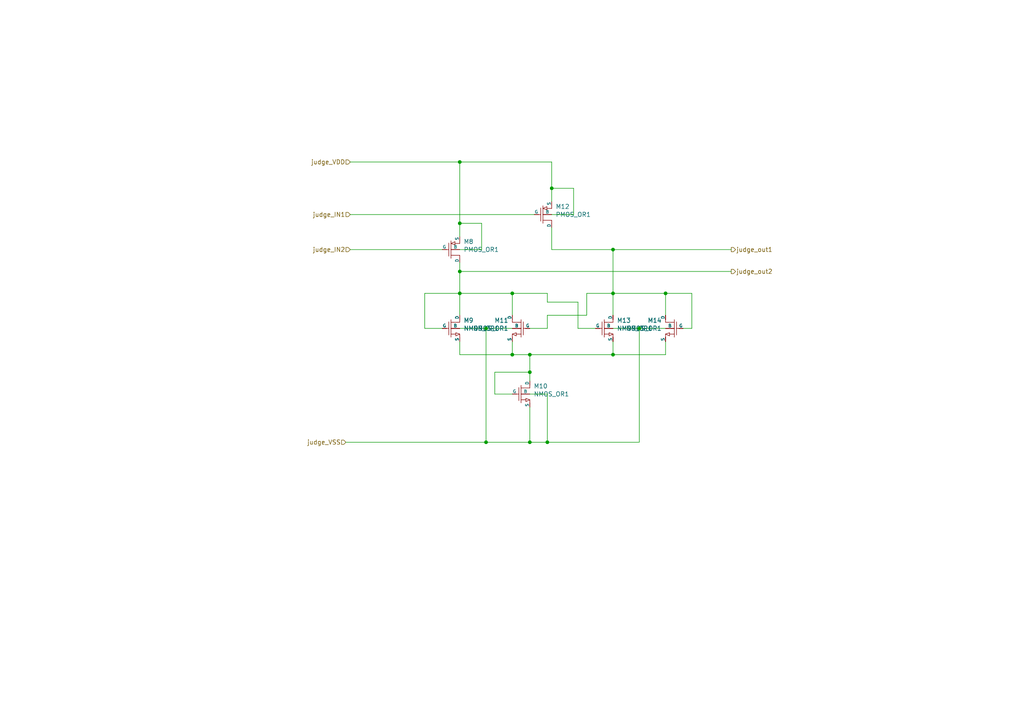
<source format=kicad_sch>
(kicad_sch (version 20230121) (generator eeschema)
  (paper "A4")
  (lib_symbols
    (symbol "0_OR1Symbols:NMOS_OR1" (pin_numbers hide) (pin_names (offset 0))
      (property "Reference" "M" (at 8.89 5.08 0))
      (property "Value" "NMOS_OR1" (at 8.89 2.54 0))
      (symbol "NMOS_OR1_0_1"
        (polyline (pts (xy 0 0) (xy 1.905 0)))
        (polyline (pts (xy 1.905 1.905) (xy 1.905 -1.905)))
        (polyline (pts (xy 2.54 -2.54) (xy 2.54 2.54)))
        (polyline (pts (xy 2.54 -1.651) (xy 3.937 -1.651)))
        (polyline (pts (xy 2.54 0) (xy 5.08 0)))
        (polyline (pts (xy 2.54 1.778) (xy 5.08 1.778)))
        (polyline (pts (xy 3.937 -2.159) (xy 3.937 -1.27)))
        (polyline (pts (xy 3.937 -1.27) (xy 5.08 -1.651)))
        (polyline (pts (xy 5.08 -1.651) (xy 3.937 -2.159)))
        (polyline (pts (xy 5.08 -1.651) (xy 5.08 -3.81)))
        (polyline (pts (xy 5.08 1.778) (xy 5.08 3.81)))
      )
      (symbol "NMOS_OR1_1_1"
        (pin passive line (at 5.08 3.81 270) (length 1.27) (name "D") (number "1"))
        (pin passive line (at 0 0 0) (length 1.27) (name "G") (number "2"))
        (pin passive line (at 5.08 -3.81 90) (length 1.27) (name "S") (number "3"))
        (pin passive line (at 5.08 0 180) (length 2.54) (name "B") (number "4"))
      )
    )
    (symbol "0_OR1Symbols:PMOS_OR1" (pin_numbers hide) (pin_names (offset 0))
      (property "Reference" "M" (at 8.89 5.08 0))
      (property "Value" "PMOS_OR1" (at 8.89 2.54 0))
      (symbol "PMOS_OR1_0_1"
        (polyline (pts (xy 0 0) (xy 1.905 0)))
        (polyline (pts (xy 1.905 1.905) (xy 1.905 -1.905)))
        (polyline (pts (xy 2.54 -2.54) (xy 2.54 2.54)))
        (polyline (pts (xy 2.54 -1.651) (xy 5.08 -1.651)))
        (polyline (pts (xy 2.54 0) (xy 5.08 0)))
        (polyline (pts (xy 2.54 1.778) (xy 3.683 2.286)))
        (polyline (pts (xy 3.683 1.397) (xy 2.54 1.778)))
        (polyline (pts (xy 3.683 1.397) (xy 3.683 2.286)))
        (polyline (pts (xy 3.683 1.778) (xy 5.08 1.778)))
        (polyline (pts (xy 5.08 -1.651) (xy 5.08 -3.81)))
        (polyline (pts (xy 5.08 1.778) (xy 5.08 3.81)))
      )
      (symbol "PMOS_OR1_1_1"
        (pin passive line (at 5.08 -3.81 90) (length 1.27) (name "D") (number "1"))
        (pin passive line (at 0 0 0) (length 1.27) (name "G") (number "2"))
        (pin passive line (at 5.08 3.81 270) (length 1.27) (name "S") (number "3"))
        (pin passive line (at 5.08 0 180) (length 2.54) (name "B") (number "4"))
      )
    )
  )
  (junction (at 133.35 64.77))
  (junction (at 148.59 85.09))
  (junction (at 140.97 128.27))
  (junction (at 153.67 102.87))
  (junction (at 140.97 95.25))
  (junction (at 133.35 85.09))
  (junction (at 148.59 102.87))
  (junction (at 193.04 85.09))
  (junction (at 177.8 85.09))
  (junction (at 185.42 95.25))
  (junction (at 133.35 78.74))
  (junction (at 160.02 54.61))
  (junction (at 153.67 107.95))
  (junction (at 153.67 128.27))
  (junction (at 177.8 102.87))
  (junction (at 133.35 46.99))
  (junction (at 158.75 128.27))
  (junction (at 177.8 72.39))
  (wire (pts (xy 177.8 72.39) (xy 177.8 85.09)))
  (wire (pts (xy 143.51 107.95) (xy 153.67 107.95)))
  (wire (pts (xy 153.67 114.3) (xy 158.75 114.3)))
  (wire (pts (xy 158.75 128.27) (xy 153.67 128.27)))
  (wire (pts (xy 160.02 46.99) (xy 160.02 54.61)))
  (wire (pts (xy 153.67 118.11) (xy 153.67 128.27)))
  (wire (pts (xy 166.37 54.61) (xy 166.37 62.23)))
  (wire (pts (xy 160.02 66.04) (xy 160.02 72.39)))
  (wire (pts (xy 133.35 85.09) (xy 148.59 85.09)))
  (wire (pts (xy 177.8 95.25) (xy 185.42 95.25)))
  (wire (pts (xy 133.35 95.25) (xy 140.97 95.25)))
  (wire (pts (xy 198.12 95.25) (xy 200.66 95.25)))
  (wire (pts (xy 148.59 85.09) (xy 148.59 91.44)))
  (wire (pts (xy 193.04 99.06) (xy 193.04 102.87)))
  (wire (pts (xy 139.7 72.39) (xy 133.35 72.39)))
  (wire (pts (xy 100.33 128.27) (xy 140.97 128.27)))
  (wire (pts (xy 158.75 87.63) (xy 167.64 87.63)))
  (wire (pts (xy 128.27 95.25) (xy 123.19 95.25)))
  (wire (pts (xy 140.97 128.27) (xy 153.67 128.27)))
  (wire (pts (xy 140.97 95.25) (xy 148.59 95.25)))
  (wire (pts (xy 133.35 76.2) (xy 133.35 78.74)))
  (wire (pts (xy 101.6 72.39) (xy 128.27 72.39)))
  (wire (pts (xy 177.8 85.09) (xy 193.04 85.09)))
  (wire (pts (xy 166.37 62.23) (xy 160.02 62.23)))
  (wire (pts (xy 133.35 102.87) (xy 148.59 102.87)))
  (wire (pts (xy 153.67 95.25) (xy 158.75 95.25)))
  (wire (pts (xy 177.8 102.87) (xy 193.04 102.87)))
  (wire (pts (xy 123.19 95.25) (xy 123.19 85.09)))
  (wire (pts (xy 123.19 85.09) (xy 133.35 85.09)))
  (wire (pts (xy 148.59 114.3) (xy 143.51 114.3)))
  (wire (pts (xy 170.18 91.44) (xy 170.18 85.09)))
  (wire (pts (xy 101.6 46.99) (xy 133.35 46.99)))
  (wire (pts (xy 101.6 62.23) (xy 154.94 62.23)))
  (wire (pts (xy 200.66 85.09) (xy 200.66 95.25)))
  (wire (pts (xy 153.67 102.87) (xy 153.67 107.95)))
  (wire (pts (xy 133.35 85.09) (xy 133.35 91.44)))
  (wire (pts (xy 133.35 64.77) (xy 139.7 64.77)))
  (wire (pts (xy 148.59 99.06) (xy 148.59 102.87)))
  (wire (pts (xy 133.35 78.74) (xy 133.35 85.09)))
  (wire (pts (xy 140.97 95.25) (xy 140.97 128.27)))
  (wire (pts (xy 170.18 85.09) (xy 177.8 85.09)))
  (wire (pts (xy 160.02 54.61) (xy 160.02 58.42)))
  (wire (pts (xy 133.35 46.99) (xy 160.02 46.99)))
  (wire (pts (xy 160.02 72.39) (xy 177.8 72.39)))
  (wire (pts (xy 160.02 54.61) (xy 166.37 54.61)))
  (wire (pts (xy 139.7 64.77) (xy 139.7 72.39)))
  (wire (pts (xy 177.8 85.09) (xy 177.8 91.44)))
  (wire (pts (xy 148.59 85.09) (xy 158.75 85.09)))
  (wire (pts (xy 153.67 102.87) (xy 148.59 102.87)))
  (wire (pts (xy 133.35 46.99) (xy 133.35 64.77)))
  (wire (pts (xy 177.8 102.87) (xy 153.67 102.87)))
  (wire (pts (xy 185.42 95.25) (xy 193.04 95.25)))
  (wire (pts (xy 177.8 72.39) (xy 212.09 72.39)))
  (wire (pts (xy 172.72 95.25) (xy 167.64 95.25)))
  (wire (pts (xy 143.51 114.3) (xy 143.51 107.95)))
  (wire (pts (xy 133.35 64.77) (xy 133.35 68.58)))
  (wire (pts (xy 177.8 99.06) (xy 177.8 102.87)))
  (wire (pts (xy 153.67 107.95) (xy 153.67 110.49)))
  (wire (pts (xy 158.75 85.09) (xy 158.75 87.63)))
  (wire (pts (xy 133.35 99.06) (xy 133.35 102.87)))
  (wire (pts (xy 167.64 87.63) (xy 167.64 95.25)))
  (wire (pts (xy 193.04 85.09) (xy 200.66 85.09)))
  (wire (pts (xy 158.75 91.44) (xy 170.18 91.44)))
  (wire (pts (xy 185.42 95.25) (xy 185.42 128.27)))
  (wire (pts (xy 133.35 78.74) (xy 212.09 78.74)))
  (wire (pts (xy 158.75 114.3) (xy 158.75 128.27)))
  (wire (pts (xy 158.75 95.25) (xy 158.75 91.44)))
  (wire (pts (xy 193.04 85.09) (xy 193.04 91.44)))
  (wire (pts (xy 158.75 128.27) (xy 185.42 128.27)))
  (hierarchical_label "judge_VSS" (shape input) (at 100.33 128.27 180))
  (hierarchical_label "judge_IN1" (shape input) (at 101.6 62.23 180))
  (hierarchical_label "judge_out1" (shape output) (at 212.09 72.39 0))
  (hierarchical_label "judge_out2" (shape output) (at 212.09 78.74 0))
  (hierarchical_label "judge_VDD" (shape input) (at 101.6 46.99 180))
  (hierarchical_label "judge_IN2" (shape input) (at 101.6 72.39 180))
  (symbol (lib_id "0_OR1Symbols:NMOS_OR1") (at 128.27 95.25 0) (unit 1)
    (property "Reference" "M9" (at 134.4676 92.9386 0) (effects (justify left)))
    (property "Value" "NMOS_OR1" (at 134.4676 95.25 0) (effects (justify left)))
    (property "Sim.Device" "SPICE" (effects hide))
    (property "Sim.Params" "type=\"M\" model=\"NMOS_OR1 l=1u w=2u\" lib=\"\"" (effects hide))
    (property "Sim.Pins" "1=1 2=2 3=3 4=4" (effects hide))
    (instances (project "tb_VCO_comp" (path "" (reference "M9") (unit 1))) (project "HComparator" (path "" (reference "M9") (unit 1))) (project "VCO_comp" (path "" (reference "M2") (unit 1))))
  )
  (symbol (lib_id "0_OR1Symbols:NMOS_OR1") (at 153.67 95.25 0) (mirror y) (unit 1)
    (property "Reference" "M11" (at 147.4724 92.9386 0) (effects (justify left)))
    (property "Value" "NMOS_OR1" (at 147.4724 95.25 0) (effects (justify left)))
    (property "Sim.Device" "SPICE" (effects hide))
    (property "Sim.Params" "type=\"M\" model=\"NMOS_OR1 l=1u w=2u\" lib=\"\"" (effects hide))
    (property "Sim.Pins" "1=1 2=2 3=3 4=4" (effects hide))
    (instances (project "tb_VCO_comp" (path "" (reference "M11") (unit 1))) (project "HComparator" (path "" (reference "M11") (unit 1))) (project "VCO_comp" (path "" (reference "M4") (unit 1))))
  )
  (symbol (lib_id "0_OR1Symbols:NMOS_OR1") (at 148.59 114.3 0) (unit 1)
    (property "Reference" "M10" (at 154.7876 111.9886 0) (effects (justify left)))
    (property "Value" "NMOS_OR1" (at 154.7876 114.3 0) (effects (justify left)))
    (property "Sim.Device" "SPICE" (effects hide))
    (property "Sim.Params" "type=\"M\" model=\"NMOS_OR1 l=1u w=2u\" lib=\"\"" (effects hide))
    (property "Sim.Pins" "1=1 2=2 3=3 4=4" (effects hide))
    (instances (project "tb_VCO_comp" (path "" (reference "M10") (unit 1))) (project "HComparator" (path "" (reference "M10") (unit 1))) (project "VCO_comp" (path "" (reference "M3") (unit 1))))
  )
  (symbol (lib_id "0_OR1Symbols:NMOS_OR1") (at 198.12 95.25 0) (mirror y) (unit 1)
    (property "Reference" "M14" (at 191.9224 92.9386 0) (effects (justify left)))
    (property "Value" "NMOS_OR1" (at 191.9224 95.25 0) (effects (justify left)))
    (property "Sim.Device" "SPICE" (effects hide))
    (property "Sim.Params" "type=\"M\" model=\"NMOS_OR1 l=1u w=2u\" lib=\"\"" (effects hide))
    (property "Sim.Pins" "1=1 2=2 3=3 4=4" (effects hide))
    (instances (project "tb_VCO_comp" (path "" (reference "M14") (unit 1))) (project "HComparator" (path "" (reference "M14") (unit 1))) (project "VCO_comp" (path "" (reference "M7") (unit 1))))
  )
  (symbol (lib_id "0_OR1Symbols:NMOS_OR1") (at 172.72 95.25 0) (unit 1)
    (property "Reference" "M13" (at 178.9176 92.9386 0) (effects (justify left)))
    (property "Value" "NMOS_OR1" (at 178.9176 95.25 0) (effects (justify left)))
    (property "Sim.Device" "SPICE" (effects hide))
    (property "Sim.Params" "type=\"M\" model=\"NMOS_OR1 l=1u w=2u\" lib=\"\"" (effects hide))
    (property "Sim.Pins" "1=1 2=2 3=3 4=4" (effects hide))
    (instances (project "tb_VCO_comp" (path "" (reference "M13") (unit 1))) (project "HComparator" (path "" (reference "M13") (unit 1))) (project "VCO_comp" (path "" (reference "M6") (unit 1))))
  )
  (symbol (lib_id "0_OR1Symbols:PMOS_OR1") (at 128.27 72.39 0) (unit 1)
    (property "Reference" "M8" (at 134.4676 70.0786 0) (effects (justify left)))
    (property "Value" "PMOS_OR1" (at 134.4676 72.39 0) (effects (justify left)))
    (property "Sim.Device" "SPICE" (effects hide))
    (property "Sim.Params" "type=\"M\" model=\"PMOS_OR1 l=1u w=2u\" lib=\"\"" (effects hide))
    (property "Sim.Pins" "1=1 2=2 3=3 4=4" (effects hide))
    (instances (project "tb_VCO_comp" (path "" (reference "M8") (unit 1))) (project "HComparator" (path "" (reference "M8") (unit 1))) (project "VCO_comp" (path "" (reference "M1") (unit 1))))
  )
  (symbol (lib_id "0_OR1Symbols:PMOS_OR1") (at 154.94 62.23 0) (unit 1)
    (property "Reference" "M12" (at 161.1376 59.9186 0) (effects (justify left)))
    (property "Value" "PMOS_OR1" (at 161.1376 62.23 0) (effects (justify left)))
    (property "Sim.Device" "SPICE" (effects hide))
    (property "Sim.Params" "type=\"M\" model=\"PMOS_OR1 l=1u w=2u\" lib=\"\"" (effects hide))
    (property "Sim.Pins" "1=1 2=2 3=3 4=4" (effects hide))
    (instances (project "tb_VCO_comp" (path "" (reference "M12") (unit 1))) (project "HComparator" (path "" (reference "M12") (unit 1))) (project "VCO_comp" (path "" (reference "M5") (unit 1))))
  )
)
</source>
